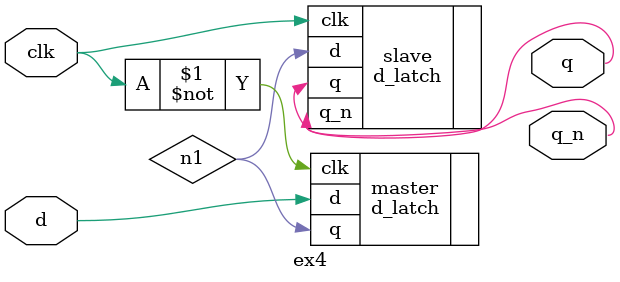
<source format=v>
module ex4	 (
	input clk ,
	input d,
	output q,
	output q_n
);
	wire n1;
	d_latch master (
		. clk ( ~ clk ) ,
		.d ( d ) ,
		.q ( n1 )
	);
	d_latch slave (
		. clk ( clk ) ,
		.d ( n1 ) ,
		.q ( q ) ,
		.q_n ( q_n )
	);
endmodule
</source>
